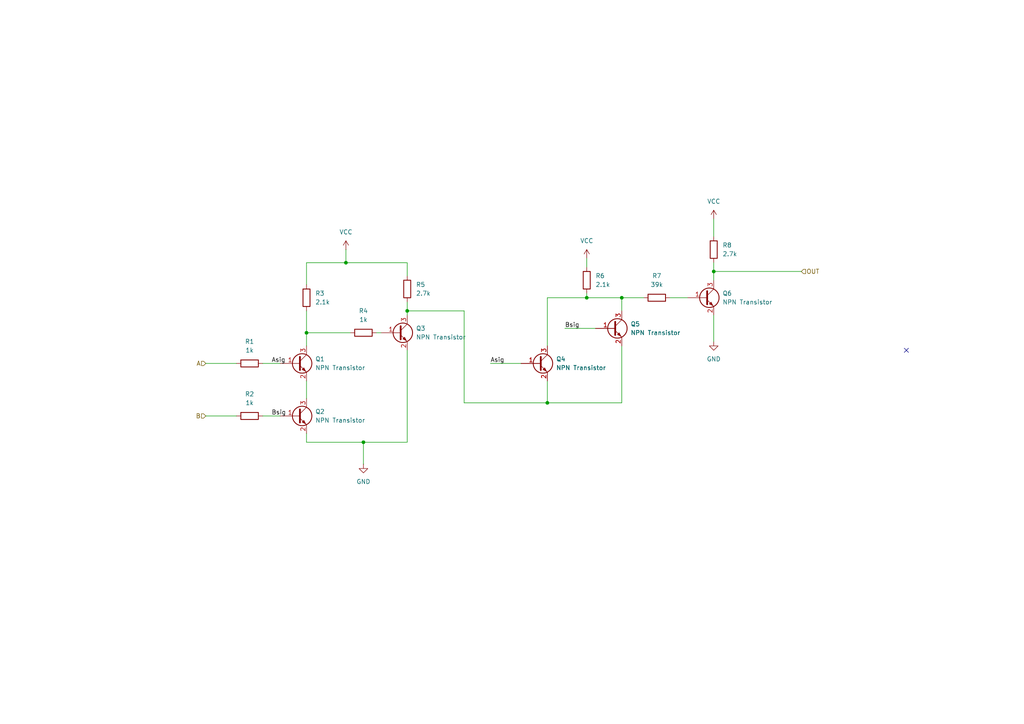
<source format=kicad_sch>
(kicad_sch (version 20231120) (generator "eeschema") (generator_version "8.0")
  (paper "A4")
  (lib_symbols
    (symbol "Device:R" (pin_numbers hide) (pin_names (offset 0))
      (property "Reference" "R" (at 2.032 0 90))
      (property "Value" "R" (at 0 0 90))
      (symbol "R_0_1"
        (rectangle (start -1.016 -2.54) (end 1.016 2.54) (stroke (width 0.254)))
      )
      (symbol "R_1_1"
        (pin passive line (at 0 3.81 270) (length 1.27) (name "~") (number "1"))
        (pin passive line (at 0 -3.81 90) (length 1.27) (name "~") (number "2"))
      )
    )
    (symbol "Transistor_BJT:BC846" (pin_names (offset 0) hide)
      (property "Reference" "Q" (at 5.08 1.905 0))
      (property "Value" "BC846" (at 5.08 0 0))
      (symbol "BC846_0_1"
        (polyline (pts (xy 0.635 0.635) (xy 2.54 2.54)))
        (polyline (pts (xy 0.635 -0.635) (xy 2.54 -2.54) (xy 2.54 -2.54)))
        (polyline (pts (xy 0.635 1.905) (xy 0.635 -1.905) (xy 0.635 -1.905)) (stroke (width 0.508)))
        (polyline (pts (xy 1.27 -1.778) (xy 1.778 -1.27) (xy 2.286 -2.286) (xy 1.27 -1.778) (xy 1.27 -1.778)) (fill (type outline)))
        (circle (center 1.27 0) (radius 2.8194) (stroke (width 0.254)))
      )
      (symbol "BC846_1_1"
        (pin input line (at -5.08 0 0) (length 5.715) (name "B") (number "1"))
        (pin passive line (at 2.54 -5.08 90) (length 2.54) (name "E") (number "2"))
        (pin passive line (at 2.54 5.08 270) (length 2.54) (name "C") (number "3"))
      )
    )
    (symbol "power:GND" (power) (pin_numbers hide) (pin_names (offset 0) hide)
      (property "Value" "GND" (at 0 -3.81 0))
      (symbol "GND_0_1"
        (polyline (pts (xy 0 0) (xy 0 -1.27) (xy 1.27 -1.27) (xy 0 -2.54) (xy -1.27 -1.27) (xy 0 -1.27)))
      )
      (symbol "GND_1_1"
        (pin power_in line (at 0 0 270) (length 0) (name "~") (number "1"))
      )
    )
    (symbol "power:VCC" (power) (pin_numbers hide) (pin_names (offset 0) hide)
      (property "Value" "VCC" (at 0 3.556 0))
      (symbol "VCC_0_1"
        (polyline (pts (xy -0.762 1.27) (xy 0 2.54)))
        (polyline (pts (xy 0 0) (xy 0 2.54)))
        (polyline (pts (xy 0 2.54) (xy 0.762 1.27)))
      )
      (symbol "VCC_1_1"
        (pin power_in line (at 0 0 90) (length 0) (name "~") (number "1"))
      )
    )
  )
  (junction (at 170.18 86.36))
  (junction (at 118.11 90.17))
  (junction (at 105.41 128.27))
  (junction (at 100.33 76.2))
  (junction (at 88.9 96.52))
  (junction (at 207.01 78.74))
  (junction (at 158.75 116.84))
  (junction (at 180.34 86.36))
  (no_connect (at 262.89 101.6))
  (wire (pts (xy 180.34 86.36) (xy 170.18 86.36)))
  (wire (pts (xy 158.75 86.36) (xy 170.18 86.36)))
  (wire (pts (xy 88.9 100.33) (xy 88.9 96.52)))
  (wire (pts (xy 118.11 90.17) (xy 134.62 90.17)))
  (wire (pts (xy 158.75 116.84) (xy 180.34 116.84)))
  (wire (pts (xy 88.9 90.17) (xy 88.9 96.52)))
  (wire (pts (xy 76.2 120.65) (xy 81.28 120.65)))
  (wire (pts (xy 105.41 128.27) (xy 118.11 128.27)))
  (wire (pts (xy 88.9 125.73) (xy 88.9 128.27)))
  (wire (pts (xy 118.11 76.2) (xy 118.11 80.01)))
  (wire (pts (xy 207.01 78.74) (xy 232.41 78.74)))
  (wire (pts (xy 142.24 105.41) (xy 151.13 105.41)))
  (wire (pts (xy 118.11 101.6) (xy 118.11 128.27)))
  (wire (pts (xy 180.34 90.17) (xy 180.34 86.36)))
  (wire (pts (xy 134.62 90.17) (xy 134.62 116.84)))
  (wire (pts (xy 88.9 76.2) (xy 88.9 82.55)))
  (wire (pts (xy 180.34 100.33) (xy 180.34 116.84)))
  (wire (pts (xy 88.9 96.52) (xy 101.6 96.52)))
  (wire (pts (xy 207.01 63.5) (xy 207.01 68.58)))
  (wire (pts (xy 88.9 128.27) (xy 105.41 128.27)))
  (wire (pts (xy 194.31 86.36) (xy 199.39 86.36)))
  (wire (pts (xy 59.69 105.41) (xy 68.58 105.41)))
  (wire (pts (xy 170.18 86.36) (xy 170.18 85.09)))
  (wire (pts (xy 109.22 96.52) (xy 110.49 96.52)))
  (wire (pts (xy 158.75 110.49) (xy 158.75 116.84)))
  (wire (pts (xy 100.33 76.2) (xy 118.11 76.2)))
  (wire (pts (xy 100.33 72.39) (xy 100.33 76.2)))
  (wire (pts (xy 88.9 110.49) (xy 88.9 115.57)))
  (wire (pts (xy 76.2 105.41) (xy 81.28 105.41)))
  (wire (pts (xy 170.18 74.93) (xy 170.18 77.47)))
  (wire (pts (xy 105.41 134.62) (xy 105.41 128.27)))
  (wire (pts (xy 207.01 91.44) (xy 207.01 99.06)))
  (wire (pts (xy 134.62 116.84) (xy 158.75 116.84)))
  (wire (pts (xy 207.01 78.74) (xy 207.01 81.28)))
  (wire (pts (xy 118.11 87.63) (xy 118.11 90.17)))
  (wire (pts (xy 207.01 76.2) (xy 207.01 78.74)))
  (wire (pts (xy 118.11 90.17) (xy 118.11 91.44)))
  (wire (pts (xy 59.69 120.65) (xy 68.58 120.65)))
  (wire (pts (xy 180.34 86.36) (xy 186.69 86.36)))
  (wire (pts (xy 158.75 86.36) (xy 158.75 100.33)))
  (wire (pts (xy 163.83 95.25) (xy 172.72 95.25)))
  (wire (pts (xy 100.33 76.2) (xy 88.9 76.2)))
  (label "Asig" (at 78.74 105.41 0))
  (label "Asig" (at 142.24 105.41 0))
  (label "Bsig" (at 163.83 95.25 0))
  (label "Bsig" (at 78.74 120.65 0))
  (hierarchical_label "A" (shape input) (at 59.69 105.41 180))
  (hierarchical_label "B" (shape input) (at 59.69 120.65 180))
  (hierarchical_label "OUT" (shape input) (at 232.41 78.74 0))
  (symbol (lib_id "Device:R") (at 72.39 105.41 90) (unit 1)
    (property "Reference" "R1" (at 72.39 99.06 90))
    (property "Value" "1k" (at 72.39 101.6 90))
    (property "Footprint" "Resistor_SMD:R_0805_2012Metric" (effects (hide yes)))
    (property "Datasheet" "https://jlcpcb.com/partdetail/320677-RC05K102JT/C343941" (effects (hide yes)))
    (property "Description" "C343941" (effects (hide yes)))
  )
  (symbol (lib_id "power:GND") (at 105.41 134.62 0) (unit 1)
    (property "Reference" "#PWR02" (effects (hide yes)))
    (property "Value" "GND" (at 105.41 139.7 0))
    (property "Description" "Power symbol creates a global label with name \"GND\" , ground" (effects (hide yes)))
  )
  (symbol (lib_id "Transistor_BJT:BC846") (at 86.36 105.41 0) (unit 1)
    (property "Reference" "Q1" (at 91.44 104.1399 0) (effects (justify left)))
    (property "Value" "NPN Transistor" (at 91.44 106.6799 0) (effects (justify left)))
    (property "Footprint" "Package_TO_SOT_SMD:SOT-23" (effects (hide yes)))
    (property "Datasheet" "https://jlcpcb.com/partdetail/Jsmsemi-S8050J3Y/C18221467" (effects (hide yes)))
    (property "Description" "C18221467" (effects (hide yes)))
  )
  (symbol (lib_id "Device:R") (at 170.18 81.28 180) (unit 1)
    (property "Reference" "R6" (at 172.72 80.0099 0) (effects (justify right)))
    (property "Value" "2.1k" (at 172.72 82.5499 0) (effects (justify right)))
    (property "Footprint" "Resistor_SMD:R_0805_2012Metric" (effects (hide yes)))
    (property "Datasheet" "https://jlcpcb.com/partdetail/Fojan-FRD0805J202TS/C2934151" (effects (hide yes)))
    (property "Description" "C2934151" (effects (hide yes)))
  )
  (symbol (lib_id "power:VCC") (at 100.33 72.39 0) (unit 1)
    (property "Reference" "#PWR01" (effects (hide yes)))
    (property "Value" "VCC" (at 100.33 67.31 0))
    (property "Description" "Power symbol creates a global label with name \"VCC\"" (effects (hide yes)))
  )
  (symbol (lib_id "Device:R") (at 72.39 120.65 90) (unit 1)
    (property "Reference" "R2" (at 72.39 114.3 90))
    (property "Value" "1k" (at 72.39 116.84 90))
    (property "Footprint" "Resistor_SMD:R_0805_2012Metric" (effects (hide yes)))
    (property "Datasheet" "https://jlcpcb.com/partdetail/320677-RC05K102JT/C343941" (effects (hide yes)))
    (property "Description" "C343941" (effects (hide yes)))
  )
  (symbol (lib_id "Device:R") (at 190.5 86.36 90) (unit 1)
    (property "Reference" "R7" (at 190.5 80.01 90))
    (property "Value" "39k" (at 190.5 82.55 90))
    (property "Footprint" "Resistor_SMD:R_0805_2012Metric" (effects (hide yes)))
    (property "Datasheet" "https://jlcpcb.com/partdetail/ta_iTech-RM10JTN393/C188147" (effects (hide yes)))
    (property "Description" "C188147" (effects (hide yes)))
  )
  (symbol (lib_id "power:VCC") (at 207.01 63.5 0) (unit 1)
    (property "Reference" "#PWR04" (effects (hide yes)))
    (property "Value" "VCC" (at 207.01 58.42 0))
    (property "Description" "Power symbol creates a global label with name \"VCC\"" (effects (hide yes)))
  )
  (symbol (lib_id "Device:R") (at 207.01 72.39 180) (unit 1)
    (property "Reference" "R8" (at 209.55 71.1199 0) (effects (justify right)))
    (property "Value" "2.7k" (at 209.55 73.6599 0) (effects (justify right)))
    (property "Footprint" "Resistor_SMD:R_0805_2012Metric" (effects (hide yes)))
    (property "Datasheet" "https://jlcpcb.com/partdetail/ta_iTech-RMS10JT272/C912672" (effects (hide yes)))
    (property "Description" "C912672" (effects (hide yes)))
  )
  (symbol (lib_id "Device:R") (at 105.41 96.52 90) (unit 1)
    (property "Reference" "R4" (at 105.41 90.17 90))
    (property "Value" "1k" (at 105.41 92.71 90))
    (property "Footprint" "Resistor_SMD:R_0805_2012Metric" (effects (hide yes)))
    (property "Datasheet" "https://jlcpcb.com/partdetail/320677-RC05K102JT/C343941" (effects (hide yes)))
    (property "Description" "C343941" (effects (hide yes)))
  )
  (symbol (lib_id "Device:R") (at 118.11 83.82 180) (unit 1)
    (property "Reference" "R5" (at 120.65 82.5499 0) (effects (justify right)))
    (property "Value" "2.7k" (at 120.65 85.0899 0) (effects (justify right)))
    (property "Footprint" "Resistor_SMD:R_0805_2012Metric" (effects (hide yes)))
    (property "Datasheet" "https://jlcpcb.com/partdetail/ta_iTech-RMS10JT272/C912672" (effects (hide yes)))
    (property "Description" "C912672" (effects (hide yes)))
  )
  (symbol (lib_id "power:GND") (at 207.01 99.06 0) (unit 1)
    (property "Reference" "#PWR05" (effects (hide yes)))
    (property "Value" "GND" (at 207.01 104.14 0))
    (property "Description" "Power symbol creates a global label with name \"GND\" , ground" (effects (hide yes)))
  )
  (symbol (lib_id "Device:R") (at 88.9 86.36 180) (unit 1)
    (property "Reference" "R3" (at 91.44 85.0899 0) (effects (justify right)))
    (property "Value" "2.1k" (at 91.44 87.6299 0) (effects (justify right)))
    (property "Footprint" "Resistor_SMD:R_0805_2012Metric" (effects (hide yes)))
    (property "Datasheet" "https://jlcpcb.com/partdetail/Fojan-FRD0805J202TS/C2934151" (effects (hide yes)))
    (property "Description" "C2934151" (effects (hide yes)))
  )
  (symbol (lib_id "Transistor_BJT:BC846") (at 115.57 96.52 0) (unit 1)
    (property "Reference" "Q3" (at 120.65 95.2499 0) (effects (justify left)))
    (property "Value" "NPN Transistor" (at 120.65 97.7899 0) (effects (justify left)))
    (property "Footprint" "Package_TO_SOT_SMD:SOT-23" (effects (hide yes)))
    (property "Datasheet" "https://jlcpcb.com/partdetail/Jsmsemi-S8050J3Y/C18221467" (effects (hide yes)))
    (property "Description" "C18221467" (effects (hide yes)))
  )
  (symbol (lib_id "Transistor_BJT:BC846") (at 177.8 95.25 0) (unit 1)
    (property "Reference" "Q5" (at 182.88 93.9799 0) (effects (justify left)))
    (property "Value" "NPN Transistor" (at 182.88 96.5199 0) (effects (justify left)))
    (property "Footprint" "Package_TO_SOT_SMD:SOT-23" (effects (hide yes)))
    (property "Datasheet" "https://jlcpcb.com/partdetail/Jsmsemi-S8050J3Y/C18221467" (effects (hide yes)))
    (property "Description" "C18221467" (effects (hide yes)))
  )
  (symbol (lib_id "Transistor_BJT:BC846") (at 86.36 120.65 0) (unit 1)
    (property "Reference" "Q2" (at 91.44 119.3799 0) (effects (justify left)))
    (property "Value" "NPN Transistor" (at 91.44 121.9199 0) (effects (justify left)))
    (property "Footprint" "Package_TO_SOT_SMD:SOT-23" (effects (hide yes)))
    (property "Datasheet" "https://jlcpcb.com/partdetail/Jsmsemi-S8050J3Y/C18221467" (effects (hide yes)))
    (property "Description" "C18221467" (effects (hide yes)))
  )
  (symbol (lib_id "power:VCC") (at 170.18 74.93 0) (unit 1)
    (property "Reference" "#PWR03" (effects (hide yes)))
    (property "Value" "VCC" (at 170.18 69.85 0))
    (property "Description" "Power symbol creates a global label with name \"VCC\"" (effects (hide yes)))
  )
  (symbol (lib_id "Transistor_BJT:BC846") (at 204.47 86.36 0) (unit 1)
    (property "Reference" "Q6" (at 209.55 85.0899 0) (effects (justify left)))
    (property "Value" "NPN Transistor" (at 209.55 87.6299 0) (effects (justify left)))
    (property "Footprint" "Package_TO_SOT_SMD:SOT-23" (effects (hide yes)))
    (property "Datasheet" "https://jlcpcb.com/partdetail/Jsmsemi-S8050J3Y/C18221467" (effects (hide yes)))
    (property "Description" "C18221467" (effects (hide yes)))
  )
  (symbol (lib_id "Transistor_BJT:BC846") (at 156.21 105.41 0) (unit 1)
    (property "Reference" "Q4" (at 161.29 104.1399 0) (effects (justify left)))
    (property "Value" "NPN Transistor" (at 161.29 106.6799 0) (effects (justify left)))
    (property "Footprint" "Package_TO_SOT_SMD:SOT-23" (effects (hide yes)))
    (property "Datasheet" "https://jlcpcb.com/partdetail/Jsmsemi-S8050J3Y/C18221467" (effects (hide yes)))
    (property "Description" "C18221467" (effects (hide yes)))
  )
)
</source>
